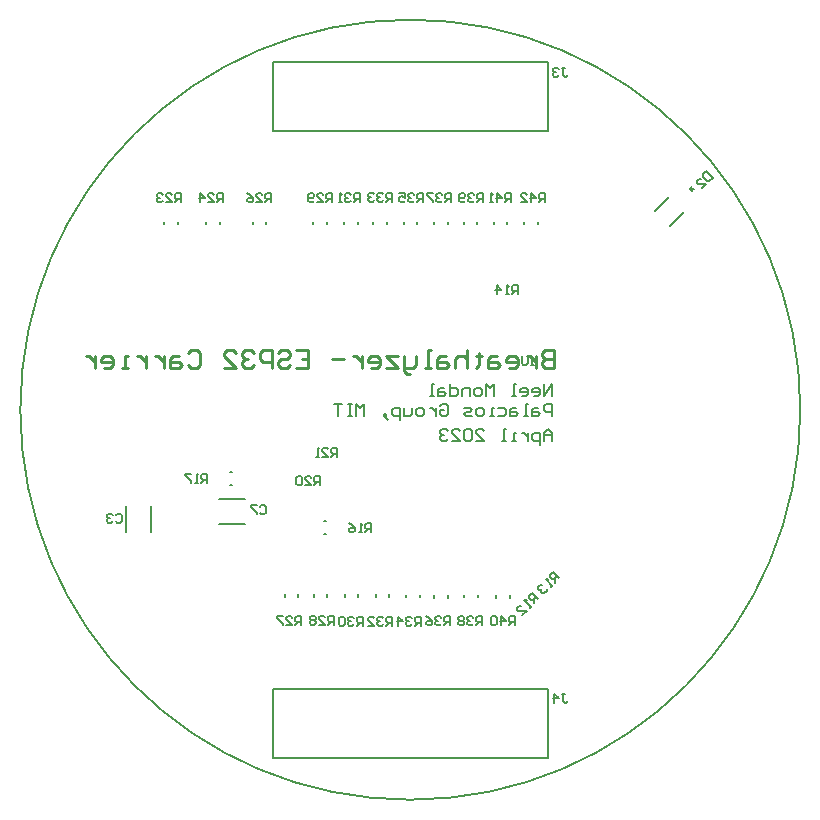
<source format=gbo>
G04*
G04 #@! TF.GenerationSoftware,Altium Limited,Altium Designer,22.3.1 (43)*
G04*
G04 Layer_Color=32896*
%FSLAX25Y25*%
%MOIN*%
G70*
G04*
G04 #@! TF.SameCoordinates,40EC2BD7-1702-4D78-AAFC-A13D33BD6AE8*
G04*
G04*
G04 #@! TF.FilePolarity,Positive*
G04*
G01*
G75*
%ADD10C,0.00984*%
%ADD13C,0.00787*%
%ADD14C,0.01000*%
%ADD15C,0.00700*%
%ADD16C,0.00500*%
%ADD100C,0.00800*%
D10*
X840711Y516229D02*
G03*
X840711Y516229I-492J0D01*
G01*
D13*
X833033Y504033D02*
X837522Y508521D01*
X828022Y509044D02*
X832511Y513532D01*
X700617Y349720D02*
X792183D01*
X700617Y326680D02*
Y349720D01*
Y326680D02*
X792183D01*
Y349720D01*
X748664Y504545D02*
Y505333D01*
X744136Y504545D02*
Y505333D01*
X754338Y380054D02*
Y380841D01*
X758865Y380054D02*
Y380841D01*
X713951Y504513D02*
Y505300D01*
X718479Y504513D02*
Y505300D01*
X734135Y504513D02*
Y505300D01*
X738663Y504513D02*
Y505300D01*
X678437Y504513D02*
Y505300D01*
X682965Y504513D02*
Y505300D01*
X734829Y380327D02*
Y381114D01*
X739356Y380327D02*
Y381114D01*
X664383Y504513D02*
Y505300D01*
X668910Y504513D02*
Y505300D01*
X714200Y380327D02*
Y381114D01*
X718727Y380327D02*
Y381114D01*
X764136Y504520D02*
Y505307D01*
X768664Y504520D02*
Y505307D01*
X693868Y504513D02*
Y505300D01*
X698395Y504513D02*
Y505300D01*
X754436Y504513D02*
Y505300D01*
X758964Y504513D02*
Y505300D01*
X704488Y380327D02*
Y381114D01*
X709015Y380327D02*
Y381114D01*
X774239Y504513D02*
Y505300D01*
X778767Y504513D02*
Y505300D01*
X788880Y504513D02*
Y505300D01*
X784353Y504513D02*
Y505300D01*
X775036Y380054D02*
Y380841D01*
X779563Y380054D02*
Y380841D01*
X745091Y380242D02*
Y381029D01*
X749619Y380242D02*
Y381029D01*
X764380Y380242D02*
Y381029D01*
X768908Y380242D02*
Y381029D01*
X724487Y380327D02*
Y381114D01*
X729014Y380327D02*
Y381114D01*
X724292Y504513D02*
Y505300D01*
X728819Y504513D02*
Y505300D01*
X792183Y535680D02*
X792183Y558720D01*
X700617Y535680D02*
X792183D01*
X700617D02*
X700617Y558720D01*
X792183D01*
X682508Y413073D02*
X691170Y413073D01*
X682508Y404609D02*
X691170Y404609D01*
X686311Y422064D02*
X687099D01*
X686311Y417536D02*
X687099D01*
X717664Y405664D02*
X718451D01*
X717664Y401136D02*
X718451D01*
X660057Y402022D02*
Y410683D01*
X651592Y402022D02*
Y410683D01*
D14*
X794389Y462481D02*
Y456483D01*
X791390D01*
X790390Y457482D01*
Y458482D01*
X791390Y459482D01*
X794389D01*
X791390D01*
X790390Y460482D01*
Y461481D01*
X791390Y462481D01*
X794389D01*
X788391Y460482D02*
Y456483D01*
Y458482D01*
X787391Y459482D01*
X786391Y460482D01*
X785392D01*
X779393Y456483D02*
X781393D01*
X782393Y457482D01*
Y459482D01*
X781393Y460482D01*
X779393D01*
X778394Y459482D01*
Y458482D01*
X782393D01*
X775395Y460482D02*
X773395D01*
X772396Y459482D01*
Y456483D01*
X775395D01*
X776394Y457482D01*
X775395Y458482D01*
X772396D01*
X769397Y461481D02*
Y460482D01*
X770396D01*
X768397D01*
X769397D01*
Y457482D01*
X768397Y456483D01*
X765398Y462481D02*
Y456483D01*
Y459482D01*
X764398Y460482D01*
X762399D01*
X761399Y459482D01*
Y456483D01*
X758400Y460482D02*
X756401D01*
X755401Y459482D01*
Y456483D01*
X758400D01*
X759400Y457482D01*
X758400Y458482D01*
X755401D01*
X753402Y456483D02*
X751403D01*
X752402D01*
Y462481D01*
X753402D01*
X748404Y460482D02*
Y457482D01*
X747404Y456483D01*
X744405D01*
Y455483D01*
X745404Y454483D01*
X746404D01*
X744405Y456483D02*
Y460482D01*
X742406D02*
X738407D01*
X742406Y456483D01*
X738407D01*
X733408D02*
X735408D01*
X736407Y457482D01*
Y459482D01*
X735408Y460482D01*
X733408D01*
X732409Y459482D01*
Y458482D01*
X736407D01*
X730409Y460482D02*
Y456483D01*
Y458482D01*
X729410Y459482D01*
X728410Y460482D01*
X727410D01*
X724411Y459482D02*
X720413D01*
X708416Y462481D02*
X712415D01*
Y456483D01*
X708416D01*
X712415Y459482D02*
X710416D01*
X702418Y461481D02*
X703418Y462481D01*
X705417D01*
X706417Y461481D01*
Y460482D01*
X705417Y459482D01*
X703418D01*
X702418Y458482D01*
Y457482D01*
X703418Y456483D01*
X705417D01*
X706417Y457482D01*
X700419Y456483D02*
Y462481D01*
X697420D01*
X696420Y461481D01*
Y459482D01*
X697420Y458482D01*
X700419D01*
X694421Y461481D02*
X693421Y462481D01*
X691422D01*
X690422Y461481D01*
Y460482D01*
X691422Y459482D01*
X692422D01*
X691422D01*
X690422Y458482D01*
Y457482D01*
X691422Y456483D01*
X693421D01*
X694421Y457482D01*
X684424Y456483D02*
X688423D01*
X684424Y460482D01*
Y461481D01*
X685424Y462481D01*
X687423D01*
X688423Y461481D01*
X672428D02*
X673428Y462481D01*
X675427D01*
X676427Y461481D01*
Y457482D01*
X675427Y456483D01*
X673428D01*
X672428Y457482D01*
X669429Y460482D02*
X667430D01*
X666430Y459482D01*
Y456483D01*
X669429D01*
X670429Y457482D01*
X669429Y458482D01*
X666430D01*
X664431Y460482D02*
Y456483D01*
Y458482D01*
X663431Y459482D01*
X662431Y460482D01*
X661432D01*
X658433D02*
Y456483D01*
Y458482D01*
X657433Y459482D01*
X656433Y460482D01*
X655434D01*
X652435Y456483D02*
X650435D01*
X651435D01*
Y460482D01*
X652435D01*
X644437Y456483D02*
X646437D01*
X647436Y457482D01*
Y459482D01*
X646437Y460482D01*
X644437D01*
X643437Y459482D01*
Y458482D01*
X647436D01*
X641438Y460482D02*
Y456483D01*
Y458482D01*
X640438Y459482D01*
X639439Y460482D01*
X638439D01*
D15*
X789031Y379518D02*
X786911Y381639D01*
X785850Y380578D01*
X785850Y379872D01*
X786557Y379165D01*
X787264Y379165D01*
X788324Y380225D01*
X787617Y379518D02*
X787617Y378104D01*
X786911Y377397D02*
X786204Y376691D01*
X786557Y377044D01*
X784437Y379165D01*
X785144D01*
X783730Y374217D02*
X785144Y375630D01*
X782316D01*
X781962Y375984D01*
Y376691D01*
X782669Y377397D01*
X783376D01*
X796082Y386500D02*
X793961Y388621D01*
X792901Y387560D01*
X792901Y386853D01*
X793608Y386147D01*
X794315Y386147D01*
X795375Y387207D01*
X794668Y386500D02*
X794668Y385086D01*
X793961Y384379D02*
X793255Y383672D01*
X793608Y384026D01*
X791487Y386147D01*
X792194D01*
X790427Y384379D02*
X789720D01*
X789013Y383672D01*
Y382966D01*
X789367Y382612D01*
X790073D01*
X790427Y382966D01*
X790073Y382612D01*
X790073Y381905D01*
X790427Y381552D01*
X791134Y381552D01*
X791841Y382259D01*
Y382966D01*
X796814Y347987D02*
X797814D01*
X797314D01*
Y345488D01*
X797814Y344988D01*
X798314D01*
X798814Y345488D01*
X794315Y344988D02*
Y347987D01*
X795815Y346487D01*
X793816D01*
X750677Y511824D02*
Y514823D01*
X749178D01*
X748678Y514323D01*
Y513324D01*
X749178Y512824D01*
X750677D01*
X749678D02*
X748678Y511824D01*
X747678Y514323D02*
X747178Y514823D01*
X746179D01*
X745679Y514323D01*
Y513824D01*
X746179Y513324D01*
X746678D01*
X746179D01*
X745679Y512824D01*
Y512324D01*
X746179Y511824D01*
X747178D01*
X747678Y512324D01*
X742680Y514823D02*
X744679D01*
Y513324D01*
X743680Y513824D01*
X743180D01*
X742680Y513324D01*
Y512324D01*
X743180Y511824D01*
X744179D01*
X744679Y512324D01*
X759701Y370803D02*
Y373802D01*
X758201D01*
X757702Y373302D01*
Y372302D01*
X758201Y371802D01*
X759701D01*
X758701D02*
X757702Y370803D01*
X756702Y373302D02*
X756202Y373802D01*
X755202D01*
X754703Y373302D01*
Y372802D01*
X755202Y372302D01*
X755702D01*
X755202D01*
X754703Y371802D01*
Y371303D01*
X755202Y370803D01*
X756202D01*
X756702Y371303D01*
X751704Y373802D02*
X752703Y373302D01*
X753703Y372302D01*
Y371303D01*
X753203Y370803D01*
X752203D01*
X751704Y371303D01*
Y371802D01*
X752203Y372302D01*
X753703D01*
X720399Y511928D02*
Y514927D01*
X718899D01*
X718399Y514428D01*
Y513428D01*
X718899Y512928D01*
X720399D01*
X719399D02*
X718399Y511928D01*
X715400D02*
X717400D01*
X715400Y513928D01*
Y514428D01*
X715900Y514927D01*
X716900D01*
X717400Y514428D01*
X714401Y512428D02*
X713901Y511928D01*
X712901D01*
X712401Y512428D01*
Y514428D01*
X712901Y514927D01*
X713901D01*
X714401Y514428D01*
Y513928D01*
X713901Y513428D01*
X712401D01*
X740333Y512001D02*
Y514999D01*
X738834D01*
X738334Y514500D01*
Y513500D01*
X738834Y513000D01*
X740333D01*
X739334D02*
X738334Y512001D01*
X737334Y514500D02*
X736834Y514999D01*
X735835D01*
X735335Y514500D01*
Y514000D01*
X735835Y513500D01*
X736335D01*
X735835D01*
X735335Y513000D01*
Y512500D01*
X735835Y512001D01*
X736834D01*
X737334Y512500D01*
X734335Y514500D02*
X733835Y514999D01*
X732836D01*
X732336Y514500D01*
Y514000D01*
X732836Y513500D01*
X733335D01*
X732836D01*
X732336Y513000D01*
Y512500D01*
X732836Y512001D01*
X733835D01*
X734335Y512500D01*
X683936Y511824D02*
Y514823D01*
X682436D01*
X681936Y514323D01*
Y513324D01*
X682436Y512824D01*
X683936D01*
X682936D02*
X681936Y511824D01*
X678937D02*
X680937D01*
X678937Y513824D01*
Y514323D01*
X679437Y514823D01*
X680437D01*
X680937Y514323D01*
X676438Y511824D02*
Y514823D01*
X677938Y513324D01*
X675938D01*
X740399Y370703D02*
Y373702D01*
X738899D01*
X738399Y373202D01*
Y372203D01*
X738899Y371703D01*
X740399D01*
X739399D02*
X738399Y370703D01*
X737400Y373202D02*
X736900Y373702D01*
X735900D01*
X735400Y373202D01*
Y372703D01*
X735900Y372203D01*
X736400D01*
X735900D01*
X735400Y371703D01*
Y371203D01*
X735900Y370703D01*
X736900D01*
X737400Y371203D01*
X732401Y370703D02*
X734401D01*
X732401Y372703D01*
Y373202D01*
X732901Y373702D01*
X733901D01*
X734401Y373202D01*
X669897Y511824D02*
Y514823D01*
X668398D01*
X667898Y514323D01*
Y513324D01*
X668398Y512824D01*
X669897D01*
X668897D02*
X667898Y511824D01*
X664899D02*
X666898D01*
X664899Y513824D01*
Y514323D01*
X665399Y514823D01*
X666398D01*
X666898Y514323D01*
X663899D02*
X663399Y514823D01*
X662399D01*
X661900Y514323D01*
Y513824D01*
X662399Y513324D01*
X662899D01*
X662399D01*
X661900Y512824D01*
Y512324D01*
X662399Y511824D01*
X663399D01*
X663899Y512324D01*
X720872Y371016D02*
Y374015D01*
X719373D01*
X718873Y373515D01*
Y372516D01*
X719373Y372016D01*
X720872D01*
X719873D02*
X718873Y371016D01*
X715874D02*
X717873D01*
X715874Y373015D01*
Y373515D01*
X716374Y374015D01*
X717374D01*
X717873Y373515D01*
X714874D02*
X714374Y374015D01*
X713375D01*
X712875Y373515D01*
Y373015D01*
X713375Y372516D01*
X712875Y372016D01*
Y371516D01*
X713375Y371016D01*
X714374D01*
X714874Y371516D01*
Y372016D01*
X714374Y372516D01*
X714874Y373015D01*
Y373515D01*
X714374Y372516D02*
X713375D01*
X770759Y511928D02*
Y514927D01*
X769260D01*
X768760Y514428D01*
Y513428D01*
X769260Y512928D01*
X770759D01*
X769759D02*
X768760Y511928D01*
X767760Y514428D02*
X767260Y514927D01*
X766261D01*
X765761Y514428D01*
Y513928D01*
X766261Y513428D01*
X766760D01*
X766261D01*
X765761Y512928D01*
Y512428D01*
X766261Y511928D01*
X767260D01*
X767760Y512428D01*
X764761D02*
X764261Y511928D01*
X763262D01*
X762762Y512428D01*
Y514428D01*
X763262Y514927D01*
X764261D01*
X764761Y514428D01*
Y513928D01*
X764261Y513428D01*
X762762D01*
X700101Y511824D02*
Y514823D01*
X698601D01*
X698102Y514323D01*
Y513324D01*
X698601Y512824D01*
X700101D01*
X699101D02*
X698102Y511824D01*
X695103D02*
X697102D01*
X695103Y513824D01*
Y514323D01*
X695603Y514823D01*
X696602D01*
X697102Y514323D01*
X692104Y514823D02*
X693103Y514323D01*
X694103Y513324D01*
Y512324D01*
X693603Y511824D01*
X692603D01*
X692104Y512324D01*
Y512824D01*
X692603Y513324D01*
X694103D01*
X760114Y511928D02*
Y514927D01*
X758615D01*
X758115Y514428D01*
Y513428D01*
X758615Y512928D01*
X760114D01*
X759115D02*
X758115Y511928D01*
X757116Y514428D02*
X756616Y514927D01*
X755616D01*
X755116Y514428D01*
Y513928D01*
X755616Y513428D01*
X756116D01*
X755616D01*
X755116Y512928D01*
Y512428D01*
X755616Y511928D01*
X756616D01*
X757116Y512428D01*
X754116Y514927D02*
X752117D01*
Y514428D01*
X754116Y512428D01*
Y511928D01*
X709981Y370803D02*
Y373802D01*
X708482D01*
X707982Y373302D01*
Y372302D01*
X708482Y371802D01*
X709981D01*
X708982D02*
X707982Y370803D01*
X704983D02*
X706982D01*
X704983Y372802D01*
Y373302D01*
X705483Y373802D01*
X706483D01*
X706982Y373302D01*
X703983Y373802D02*
X701984D01*
Y373302D01*
X703983Y371303D01*
Y370803D01*
X779899Y511928D02*
Y514927D01*
X778399D01*
X777900Y514428D01*
Y513428D01*
X778399Y512928D01*
X779899D01*
X778899D02*
X777900Y511928D01*
X775400D02*
Y514927D01*
X776900Y513428D01*
X774900D01*
X773901Y511928D02*
X772901D01*
X773401D01*
Y514927D01*
X773901Y514428D01*
X791268Y511824D02*
Y514823D01*
X789769D01*
X789269Y514323D01*
Y513324D01*
X789769Y512824D01*
X791268D01*
X790268D02*
X789269Y511824D01*
X786769D02*
Y514823D01*
X788269Y513324D01*
X786270D01*
X783271Y511824D02*
X785270D01*
X783271Y513824D01*
Y514323D01*
X783771Y514823D01*
X784770D01*
X785270Y514323D01*
X781298Y370803D02*
Y373802D01*
X779799D01*
X779299Y373302D01*
Y372302D01*
X779799Y371802D01*
X781298D01*
X780298D02*
X779299Y370803D01*
X776799D02*
Y373802D01*
X778299Y372302D01*
X776300D01*
X775300Y373302D02*
X774800Y373802D01*
X773801D01*
X773301Y373302D01*
Y371303D01*
X773801Y370803D01*
X774800D01*
X775300Y371303D01*
Y373302D01*
X749944Y370703D02*
Y373702D01*
X748445D01*
X747945Y373202D01*
Y372203D01*
X748445Y371703D01*
X749944D01*
X748945D02*
X747945Y370703D01*
X746945Y373202D02*
X746446Y373702D01*
X745446D01*
X744946Y373202D01*
Y372703D01*
X745446Y372203D01*
X745946D01*
X745446D01*
X744946Y371703D01*
Y371203D01*
X745446Y370703D01*
X746446D01*
X746945Y371203D01*
X742447Y370703D02*
Y373702D01*
X743946Y372203D01*
X741947D01*
X770363Y370803D02*
Y373802D01*
X768863D01*
X768363Y373302D01*
Y372302D01*
X768863Y371802D01*
X770363D01*
X769363D02*
X768363Y370803D01*
X767364Y373302D02*
X766864Y373802D01*
X765864D01*
X765364Y373302D01*
Y372802D01*
X765864Y372302D01*
X766364D01*
X765864D01*
X765364Y371802D01*
Y371303D01*
X765864Y370803D01*
X766864D01*
X767364Y371303D01*
X764365Y373302D02*
X763865Y373802D01*
X762865D01*
X762365Y373302D01*
Y372802D01*
X762865Y372302D01*
X762365Y371802D01*
Y371303D01*
X762865Y370803D01*
X763865D01*
X764365Y371303D01*
Y371802D01*
X763865Y372302D01*
X764365Y372802D01*
Y373302D01*
X763865Y372302D02*
X762865D01*
X730588Y370703D02*
Y373702D01*
X729088D01*
X728588Y373202D01*
Y372203D01*
X729088Y371703D01*
X730588D01*
X729588D02*
X728588Y370703D01*
X727589Y373202D02*
X727089Y373702D01*
X726089D01*
X725590Y373202D01*
Y372703D01*
X726089Y372203D01*
X726589D01*
X726089D01*
X725590Y371703D01*
Y371203D01*
X726089Y370703D01*
X727089D01*
X727589Y371203D01*
X724590Y373202D02*
X724090Y373702D01*
X723090D01*
X722590Y373202D01*
Y371203D01*
X723090Y370703D01*
X724090D01*
X724590Y371203D01*
Y373202D01*
X729512Y511928D02*
Y514927D01*
X728013D01*
X727513Y514428D01*
Y513428D01*
X728013Y512928D01*
X729512D01*
X728513D02*
X727513Y511928D01*
X726513Y514428D02*
X726013Y514927D01*
X725014D01*
X724514Y514428D01*
Y513928D01*
X725014Y513428D01*
X725514D01*
X725014D01*
X724514Y512928D01*
Y512428D01*
X725014Y511928D01*
X726013D01*
X726513Y512428D01*
X723514Y511928D02*
X722514D01*
X723014D01*
Y514927D01*
X723514Y514428D01*
X796868Y556650D02*
X797867D01*
X797367D01*
Y554151D01*
X797867Y553651D01*
X798367D01*
X798867Y554151D01*
X795868Y556151D02*
X795368Y556650D01*
X794369D01*
X793869Y556151D01*
Y555651D01*
X794369Y555151D01*
X794868D01*
X794369D01*
X793869Y554651D01*
Y554151D01*
X794369Y553651D01*
X795368D01*
X795868Y554151D01*
X722099Y427056D02*
Y430055D01*
X720600D01*
X720100Y429556D01*
Y428556D01*
X720600Y428056D01*
X722099D01*
X721100D02*
X720100Y427056D01*
X717101D02*
X719100D01*
X717101Y429056D01*
Y429556D01*
X717601Y430055D01*
X718600D01*
X719100Y429556D01*
X716101Y427056D02*
X715101D01*
X715601D01*
Y430055D01*
X716101Y429556D01*
X696178Y410297D02*
X696677Y410797D01*
X697677D01*
X698177Y410297D01*
Y408298D01*
X697677Y407798D01*
X696677D01*
X696178Y408298D01*
X695178Y410797D02*
X693179D01*
Y410297D01*
X695178Y408298D01*
Y407798D01*
X716301Y417557D02*
Y420556D01*
X714801D01*
X714302Y420057D01*
Y419057D01*
X714801Y418557D01*
X716301D01*
X715301D02*
X714302Y417557D01*
X711303D02*
X713302D01*
X711303Y419557D01*
Y420057D01*
X711802Y420556D01*
X712802D01*
X713302Y420057D01*
X710303D02*
X709803Y420556D01*
X708803D01*
X708303Y420057D01*
Y418057D01*
X708803Y417557D01*
X709803D01*
X710303Y418057D01*
Y420057D01*
X678724Y418301D02*
Y421300D01*
X677225D01*
X676725Y420800D01*
Y419800D01*
X677225Y419300D01*
X678724D01*
X677725D02*
X676725Y418301D01*
X675725D02*
X674726D01*
X675226D01*
Y421300D01*
X675725Y420800D01*
X673226Y421300D02*
X671227D01*
Y420800D01*
X673226Y418800D01*
Y418301D01*
X733398Y401868D02*
Y404867D01*
X731899D01*
X731399Y404367D01*
Y403368D01*
X731899Y402868D01*
X733398D01*
X732399D02*
X731399Y401868D01*
X730399D02*
X729400D01*
X729900D01*
Y404867D01*
X730399Y404367D01*
X725901Y404867D02*
X726900Y404367D01*
X727900Y403368D01*
Y402368D01*
X727400Y401868D01*
X726401D01*
X725901Y402368D01*
Y402868D01*
X726401Y403368D01*
X727900D01*
X782220Y481238D02*
Y484237D01*
X780721D01*
X780221Y483738D01*
Y482738D01*
X780721Y482238D01*
X782220D01*
X781220D02*
X780221Y481238D01*
X779221D02*
X778221D01*
X778721D01*
Y484237D01*
X779221Y483738D01*
X775222Y481238D02*
Y484237D01*
X776722Y482738D01*
X774722D01*
X845055Y522189D02*
X847176Y520068D01*
X846116Y519008D01*
X845409Y519008D01*
X843995Y520422D01*
X843995Y521129D01*
X845055Y522189D01*
X843641Y516534D02*
X845055Y517948D01*
X842228D01*
X841874Y518301D01*
X841874Y519008D01*
X842581Y519715D01*
X843288D01*
X648282Y407516D02*
X648781Y408016D01*
X649781D01*
X650281Y407516D01*
Y405517D01*
X649781Y405017D01*
X648781D01*
X648282Y405517D01*
X647282Y407516D02*
X646782Y408016D01*
X645783D01*
X645283Y407516D01*
Y407016D01*
X645783Y406516D01*
X646282D01*
X645783D01*
X645283Y406016D01*
Y405517D01*
X645783Y405017D01*
X646782D01*
X647282Y405517D01*
X783510Y460624D02*
Y458125D01*
X784010Y457625D01*
X785009D01*
X785509Y458125D01*
Y460624D01*
X786509Y457625D02*
X787509D01*
X787009D01*
Y460624D01*
X786509Y460124D01*
D16*
X876400Y442700D02*
G03*
X876400Y442700I-130000J0D01*
G01*
D100*
X793589Y447165D02*
Y451163D01*
X790923Y447165D01*
Y451163D01*
X787591Y447165D02*
X788924D01*
X789590Y447831D01*
Y449164D01*
X788924Y449830D01*
X787591D01*
X786924Y449164D01*
Y448497D01*
X789590D01*
X783592Y447165D02*
X784925D01*
X785591Y447831D01*
Y449164D01*
X784925Y449830D01*
X783592D01*
X782925Y449164D01*
Y448497D01*
X785591D01*
X781593Y447165D02*
X780260D01*
X780926D01*
Y451163D01*
X781593D01*
X774262Y447165D02*
Y451163D01*
X772929Y449830D01*
X771596Y451163D01*
Y447165D01*
X769596D02*
X768263D01*
X767597Y447831D01*
Y449164D01*
X768263Y449830D01*
X769596D01*
X770263Y449164D01*
Y447831D01*
X769596Y447165D01*
X766264D02*
Y449830D01*
X764265D01*
X763598Y449164D01*
Y447165D01*
X759600Y451163D02*
Y447165D01*
X761599D01*
X762265Y447831D01*
Y449164D01*
X761599Y449830D01*
X759600D01*
X757600D02*
X756267D01*
X755601Y449164D01*
Y447165D01*
X757600D01*
X758267Y447831D01*
X757600Y448497D01*
X755601D01*
X754268Y447165D02*
X752935D01*
X753602D01*
Y451163D01*
X754268D01*
X793589Y440446D02*
Y444445D01*
X791589D01*
X790923Y443778D01*
Y442446D01*
X791589Y441779D01*
X793589D01*
X788924Y443112D02*
X787591D01*
X786924Y442446D01*
Y440446D01*
X788924D01*
X789590Y441113D01*
X788924Y441779D01*
X786924D01*
X785591Y440446D02*
X784258D01*
X784925D01*
Y444445D01*
X785591D01*
X781593Y443112D02*
X780260D01*
X779593Y442446D01*
Y440446D01*
X781593D01*
X782259Y441113D01*
X781593Y441779D01*
X779593D01*
X775594Y443112D02*
X777594D01*
X778260Y442446D01*
Y441113D01*
X777594Y440446D01*
X775594D01*
X774262D02*
X772929D01*
X773595D01*
Y443112D01*
X774262D01*
X770263Y440446D02*
X768930D01*
X768263Y441113D01*
Y442446D01*
X768930Y443112D01*
X770263D01*
X770929Y442446D01*
Y441113D01*
X770263Y440446D01*
X766931D02*
X764931D01*
X764265Y441113D01*
X764931Y441779D01*
X766264D01*
X766931Y442446D01*
X766264Y443112D01*
X764265D01*
X756267Y443778D02*
X756934Y444445D01*
X758267D01*
X758933Y443778D01*
Y441113D01*
X758267Y440446D01*
X756934D01*
X756267Y441113D01*
Y442446D01*
X757600D01*
X754934Y443112D02*
Y440446D01*
Y441779D01*
X754268Y442446D01*
X753602Y443112D01*
X752935D01*
X750269Y440446D02*
X748936D01*
X748270Y441113D01*
Y442446D01*
X748936Y443112D01*
X750269D01*
X750936Y442446D01*
Y441113D01*
X750269Y440446D01*
X746937Y443112D02*
Y441113D01*
X746271Y440446D01*
X744271D01*
Y443112D01*
X742938Y439113D02*
Y443112D01*
X740939D01*
X740273Y442446D01*
Y441113D01*
X740939Y440446D01*
X742938D01*
X738273Y439780D02*
X737607Y440446D01*
Y441113D01*
X738273D01*
Y440446D01*
X737607D01*
X738273Y439780D01*
X738940Y439113D01*
X730942Y440446D02*
Y444445D01*
X729609Y443112D01*
X728276Y444445D01*
Y440446D01*
X726943Y444445D02*
X725611D01*
X726277D01*
Y440446D01*
X726943D01*
X725611D01*
X723611Y444445D02*
X720945D01*
X722278D01*
Y440446D01*
X793589Y432395D02*
Y435061D01*
X792256Y436393D01*
X790923Y435061D01*
Y432395D01*
Y434394D01*
X793589D01*
X789590Y431062D02*
Y435061D01*
X787591D01*
X786924Y434394D01*
Y433061D01*
X787591Y432395D01*
X789590D01*
X785591Y435061D02*
Y432395D01*
Y433728D01*
X784925Y434394D01*
X784258Y435061D01*
X783592D01*
X781593Y432395D02*
X780260D01*
X780926D01*
Y435061D01*
X781593D01*
X778260Y432395D02*
X776927D01*
X777594D01*
Y436393D01*
X778260D01*
X768263Y432395D02*
X770929D01*
X768263Y435061D01*
Y435727D01*
X768930Y436393D01*
X770263D01*
X770929Y435727D01*
X766931D02*
X766264Y436393D01*
X764931D01*
X764265Y435727D01*
Y433061D01*
X764931Y432395D01*
X766264D01*
X766931Y433061D01*
Y435727D01*
X760266Y432395D02*
X762932D01*
X760266Y435061D01*
Y435727D01*
X760932Y436393D01*
X762265D01*
X762932Y435727D01*
X758933D02*
X758267Y436393D01*
X756934D01*
X756267Y435727D01*
Y435061D01*
X756934Y434394D01*
X757600D01*
X756934D01*
X756267Y433728D01*
Y433061D01*
X756934Y432395D01*
X758267D01*
X758933Y433061D01*
M02*

</source>
